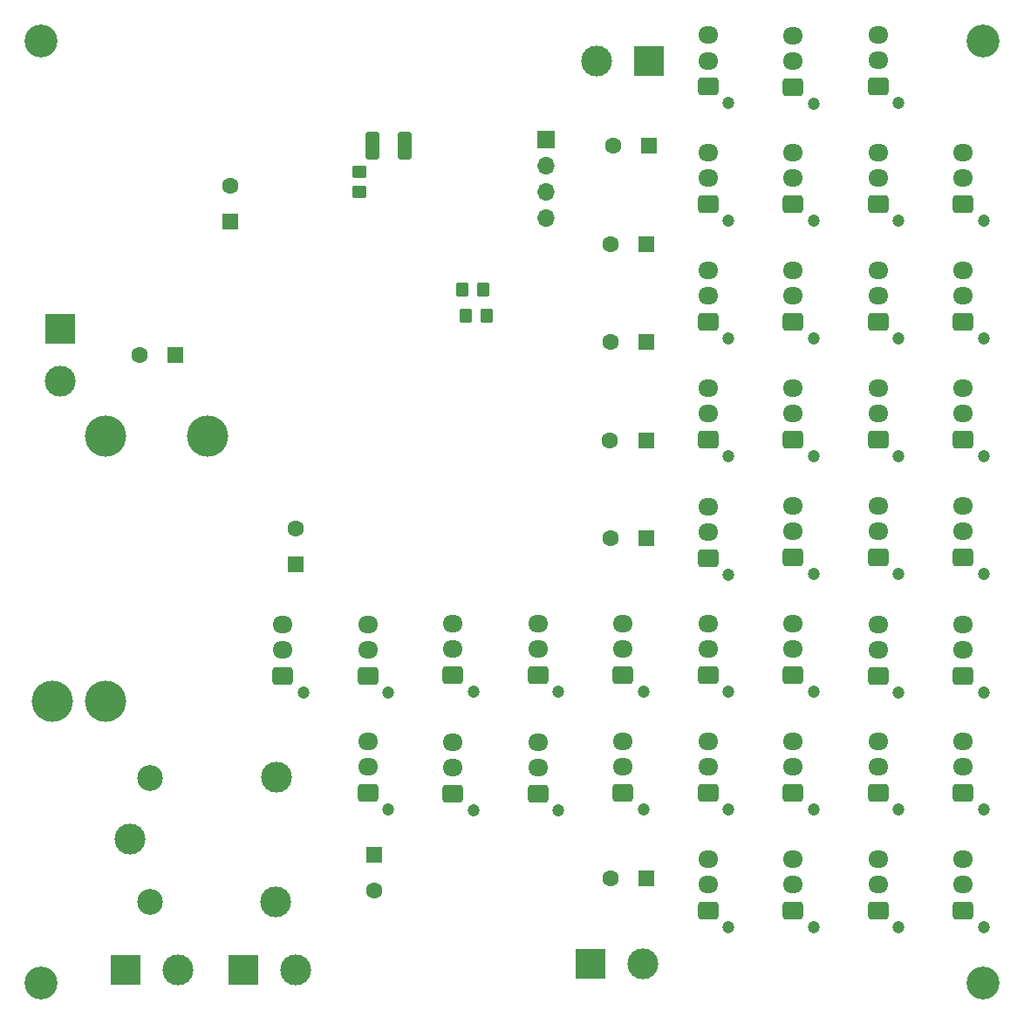
<source format=gbs>
%TF.GenerationSoftware,KiCad,Pcbnew,8.0.9*%
%TF.CreationDate,2025-02-25T22:51:42+01:00*%
%TF.ProjectId,WLED Controller,574c4544-2043-46f6-9e74-726f6c6c6572,rev?*%
%TF.SameCoordinates,Original*%
%TF.FileFunction,Soldermask,Bot*%
%TF.FilePolarity,Negative*%
%FSLAX46Y46*%
G04 Gerber Fmt 4.6, Leading zero omitted, Abs format (unit mm)*
G04 Created by KiCad (PCBNEW 8.0.9) date 2025-02-25 22:51:42*
%MOMM*%
%LPD*%
G01*
G04 APERTURE LIST*
G04 Aperture macros list*
%AMRoundRect*
0 Rectangle with rounded corners*
0 $1 Rounding radius*
0 $2 $3 $4 $5 $6 $7 $8 $9 X,Y pos of 4 corners*
0 Add a 4 corners polygon primitive as box body*
4,1,4,$2,$3,$4,$5,$6,$7,$8,$9,$2,$3,0*
0 Add four circle primitives for the rounded corners*
1,1,$1+$1,$2,$3*
1,1,$1+$1,$4,$5*
1,1,$1+$1,$6,$7*
1,1,$1+$1,$8,$9*
0 Add four rect primitives between the rounded corners*
20,1,$1+$1,$2,$3,$4,$5,0*
20,1,$1+$1,$4,$5,$6,$7,0*
20,1,$1+$1,$6,$7,$8,$9,0*
20,1,$1+$1,$8,$9,$2,$3,0*%
G04 Aperture macros list end*
%ADD10C,4.000000*%
%ADD11C,1.200000*%
%ADD12RoundRect,0.250000X0.725000X-0.600000X0.725000X0.600000X-0.725000X0.600000X-0.725000X-0.600000X0*%
%ADD13O,1.950000X1.700000*%
%ADD14R,1.600000X1.600000*%
%ADD15C,1.600000*%
%ADD16C,3.200000*%
%ADD17R,1.700000X1.700000*%
%ADD18O,1.700000X1.700000*%
%ADD19R,3.000000X3.000000*%
%ADD20C,3.000000*%
%ADD21C,2.500000*%
%ADD22RoundRect,0.250000X0.450000X-0.350000X0.450000X0.350000X-0.450000X0.350000X-0.450000X-0.350000X0*%
%ADD23RoundRect,0.250000X0.350000X0.450000X-0.350000X0.450000X-0.350000X-0.450000X0.350000X-0.450000X0*%
%ADD24RoundRect,0.250000X0.412500X1.100000X-0.412500X1.100000X-0.412500X-1.100000X0.412500X-1.100000X0*%
%ADD25RoundRect,0.250000X-0.350000X-0.450000X0.350000X-0.450000X0.350000X0.450000X-0.350000X0.450000X0*%
G04 APERTURE END LIST*
D10*
%TO.C,U4*%
X30440300Y-88228500D03*
X25258700Y-88228500D03*
X30389500Y-62447500D03*
X40346300Y-62447500D03*
%TD*%
D11*
%TO.C,J18*%
X90900000Y-87245000D03*
D12*
X88900000Y-85645000D03*
D13*
X88900000Y-83145000D03*
X88900000Y-80645000D03*
%TD*%
D11*
%TO.C,J26*%
X99155000Y-98675000D03*
D12*
X97155000Y-97075000D03*
D13*
X97155000Y-94575000D03*
X97155000Y-92075000D03*
%TD*%
D11*
%TO.C,J15*%
X66135000Y-87245000D03*
D12*
X64135000Y-85645000D03*
D13*
X64135000Y-83145000D03*
X64135000Y-80645000D03*
%TD*%
D14*
%TO.C,C9*%
X82932651Y-72390000D03*
D15*
X79432651Y-72390000D03*
%TD*%
D11*
%TO.C,J44*%
X99155000Y-30175000D03*
D12*
X97155000Y-28575000D03*
D13*
X97155000Y-26075000D03*
X97155000Y-23575000D03*
%TD*%
D11*
%TO.C,J20*%
X107410000Y-87325000D03*
D12*
X105410000Y-85725000D03*
D13*
X105410000Y-83225000D03*
X105410000Y-80725000D03*
%TD*%
D11*
%TO.C,J39*%
X107410000Y-52955000D03*
D12*
X105410000Y-51355000D03*
D13*
X105410000Y-48855000D03*
X105410000Y-46355000D03*
%TD*%
D11*
%TO.C,J14*%
X57880000Y-87325000D03*
D12*
X55880000Y-85725000D03*
D13*
X55880000Y-83225000D03*
X55880000Y-80725000D03*
%TD*%
D11*
%TO.C,J36*%
X107410000Y-64385000D03*
D12*
X105410000Y-62785000D03*
D13*
X105410000Y-60285000D03*
X105410000Y-57785000D03*
%TD*%
D11*
%TO.C,J24*%
X115665000Y-75815000D03*
D12*
X113665000Y-74215000D03*
D13*
X113665000Y-71715000D03*
X113665000Y-69215000D03*
%TD*%
D11*
%TO.C,J8*%
X49625000Y-87325000D03*
D12*
X47625000Y-85725000D03*
D13*
X47625000Y-83225000D03*
X47625000Y-80725000D03*
%TD*%
D11*
%TO.C,J31*%
X115665000Y-110105000D03*
D12*
X113665000Y-108505000D03*
D13*
X113665000Y-106005000D03*
X113665000Y-103505000D03*
%TD*%
D11*
%TO.C,J22*%
X99155000Y-75815000D03*
D12*
X97155000Y-74215000D03*
D13*
X97155000Y-71715000D03*
X97155000Y-69215000D03*
%TD*%
D16*
%TO.C,H4*%
X115570000Y-115570000D03*
%TD*%
D11*
%TO.C,J42*%
X107410000Y-41525000D03*
D12*
X105410000Y-39925000D03*
D13*
X105410000Y-37425000D03*
X105410000Y-34925000D03*
%TD*%
D11*
%TO.C,J32*%
X99155000Y-110105000D03*
D12*
X97155000Y-108505000D03*
D13*
X97155000Y-106005000D03*
X97155000Y-103505000D03*
%TD*%
D16*
%TO.C,H3*%
X24130000Y-115570000D03*
%TD*%
D17*
%TO.C,J1*%
X73170000Y-33665000D03*
D18*
X73170000Y-36205000D03*
X73170000Y-38745000D03*
X73170000Y-41285000D03*
%TD*%
D11*
%TO.C,J9*%
X90900000Y-75895000D03*
D12*
X88900000Y-74295000D03*
D13*
X88900000Y-71795000D03*
X88900000Y-69295000D03*
%TD*%
D11*
%TO.C,J12*%
X90900000Y-41525000D03*
D12*
X88900000Y-39925000D03*
D13*
X88900000Y-37425000D03*
X88900000Y-34925000D03*
%TD*%
D11*
%TO.C,J16*%
X74390000Y-87245000D03*
D12*
X72390000Y-85645000D03*
D13*
X72390000Y-83145000D03*
X72390000Y-80645000D03*
%TD*%
D19*
%TO.C,J5*%
X77470000Y-113665000D03*
D20*
X82550000Y-113665000D03*
%TD*%
D11*
%TO.C,J23*%
X107410000Y-75815000D03*
D12*
X105410000Y-74215000D03*
D13*
X105410000Y-71715000D03*
X105410000Y-69215000D03*
%TD*%
D19*
%TO.C,J46*%
X83185000Y-26035000D03*
D20*
X78105000Y-26035000D03*
%TD*%
D11*
%TO.C,J7*%
X57880000Y-98675000D03*
D12*
X55880000Y-97075000D03*
D13*
X55880000Y-94575000D03*
X55880000Y-92075000D03*
%TD*%
D11*
%TO.C,J33*%
X107410000Y-110105000D03*
D12*
X105410000Y-108505000D03*
D13*
X105410000Y-106005000D03*
X105410000Y-103505000D03*
%TD*%
D11*
%TO.C,J34*%
X82645000Y-98675000D03*
D12*
X80645000Y-97075000D03*
D13*
X80645000Y-94575000D03*
X80645000Y-92075000D03*
%TD*%
D11*
%TO.C,J35*%
X99155000Y-64385000D03*
D12*
X97155000Y-62785000D03*
D13*
X97155000Y-60285000D03*
X97155000Y-57785000D03*
%TD*%
D11*
%TO.C,J25*%
X90900000Y-98675000D03*
D12*
X88900000Y-97075000D03*
D13*
X88900000Y-94575000D03*
X88900000Y-92075000D03*
%TD*%
D16*
%TO.C,H2*%
X115570000Y-24130000D03*
%TD*%
D14*
%TO.C,C1*%
X37212651Y-54610000D03*
D15*
X33712651Y-54610000D03*
%TD*%
D14*
%TO.C,C5*%
X83185000Y-34290000D03*
D15*
X79685000Y-34290000D03*
%TD*%
D11*
%TO.C,J41*%
X99155000Y-41525000D03*
D12*
X97155000Y-39925000D03*
D13*
X97155000Y-37425000D03*
X97155000Y-34925000D03*
%TD*%
D11*
%TO.C,J19*%
X99155000Y-87245000D03*
D12*
X97155000Y-85645000D03*
D13*
X97155000Y-83145000D03*
X97155000Y-80645000D03*
%TD*%
D11*
%TO.C,J21*%
X115665000Y-87325000D03*
D12*
X113665000Y-85725000D03*
D13*
X113665000Y-83225000D03*
X113665000Y-80725000D03*
%TD*%
D19*
%TO.C,J4*%
X26035000Y-52070000D03*
D20*
X26035000Y-57150000D03*
%TD*%
D19*
%TO.C,J3*%
X32385000Y-114300000D03*
D20*
X37465000Y-114300000D03*
%TD*%
D14*
%TO.C,C2*%
X42545000Y-41657651D03*
D15*
X42545000Y-38157651D03*
%TD*%
D11*
%TO.C,J10*%
X90900000Y-64385000D03*
D12*
X88900000Y-62785000D03*
D13*
X88900000Y-60285000D03*
X88900000Y-57785000D03*
%TD*%
D14*
%TO.C,C8*%
X82932651Y-53340000D03*
D15*
X79432651Y-53340000D03*
%TD*%
D11*
%TO.C,J38*%
X99155000Y-52955000D03*
D12*
X97155000Y-51355000D03*
D13*
X97155000Y-48855000D03*
X97155000Y-46355000D03*
%TD*%
D14*
%TO.C,C6*%
X82932651Y-43815000D03*
D15*
X79432651Y-43815000D03*
%TD*%
D11*
%TO.C,J11*%
X90900000Y-52955000D03*
D12*
X88900000Y-51355000D03*
D13*
X88900000Y-48855000D03*
X88900000Y-46355000D03*
%TD*%
D11*
%TO.C,J27*%
X107410000Y-98675000D03*
D12*
X105410000Y-97075000D03*
D13*
X105410000Y-94575000D03*
X105410000Y-92075000D03*
%TD*%
D14*
%TO.C,C11*%
X56515000Y-103122349D03*
D15*
X56515000Y-106622349D03*
%TD*%
D11*
%TO.C,J45*%
X107410000Y-30095000D03*
D12*
X105410000Y-28495000D03*
D13*
X105410000Y-25995000D03*
X105410000Y-23495000D03*
%TD*%
D16*
%TO.C,H1*%
X24130000Y-24130000D03*
%TD*%
D11*
%TO.C,J29*%
X66135000Y-98755000D03*
D12*
X64135000Y-97155000D03*
D13*
X64135000Y-94655000D03*
X64135000Y-92155000D03*
%TD*%
D11*
%TO.C,J6*%
X90900000Y-110105000D03*
D12*
X88900000Y-108505000D03*
D13*
X88900000Y-106005000D03*
X88900000Y-103505000D03*
%TD*%
D11*
%TO.C,J17*%
X82645000Y-87245000D03*
D12*
X80645000Y-85645000D03*
D13*
X80645000Y-83145000D03*
X80645000Y-80645000D03*
%TD*%
D19*
%TO.C,J2*%
X43815000Y-114300000D03*
D20*
X48895000Y-114300000D03*
%TD*%
D11*
%TO.C,J30*%
X74390000Y-98755000D03*
D12*
X72390000Y-97155000D03*
D13*
X72390000Y-94655000D03*
X72390000Y-92155000D03*
%TD*%
D11*
%TO.C,J37*%
X115665000Y-64385000D03*
D12*
X113665000Y-62785000D03*
D13*
X113665000Y-60285000D03*
X113665000Y-57785000D03*
%TD*%
D11*
%TO.C,J28*%
X115665000Y-98675000D03*
D12*
X113665000Y-97075000D03*
D13*
X113665000Y-94575000D03*
X113665000Y-92075000D03*
%TD*%
D11*
%TO.C,J40*%
X115665000Y-52955000D03*
D12*
X113665000Y-51355000D03*
D13*
X113665000Y-48855000D03*
X113665000Y-46355000D03*
%TD*%
D11*
%TO.C,J13*%
X90900000Y-30135000D03*
D12*
X88900000Y-28535000D03*
D13*
X88900000Y-26035000D03*
X88900000Y-23535000D03*
%TD*%
D14*
%TO.C,C10*%
X82932651Y-105410000D03*
D15*
X79432651Y-105410000D03*
%TD*%
D11*
%TO.C,J43*%
X115665000Y-41525000D03*
D12*
X113665000Y-39925000D03*
D13*
X113665000Y-37425000D03*
X113665000Y-34925000D03*
%TD*%
D14*
%TO.C,C12*%
X48895000Y-74930000D03*
D15*
X48895000Y-71430000D03*
%TD*%
D20*
%TO.C,K1*%
X32775000Y-101600000D03*
D21*
X34725000Y-107650000D03*
D20*
X46925000Y-107650000D03*
X46975000Y-95600000D03*
D21*
X34725000Y-95650000D03*
%TD*%
D14*
%TO.C,C7*%
X82875000Y-62865000D03*
D15*
X79375000Y-62865000D03*
%TD*%
D22*
%TO.C,R1*%
X55010000Y-38800000D03*
X55010000Y-36800000D03*
%TD*%
D23*
%TO.C,R8*%
X67405000Y-50800000D03*
X65405000Y-50800000D03*
%TD*%
D24*
%TO.C,C3*%
X59455000Y-34260000D03*
X56330000Y-34260000D03*
%TD*%
D25*
%TO.C,R2*%
X65075000Y-48230000D03*
X67075000Y-48230000D03*
%TD*%
M02*

</source>
